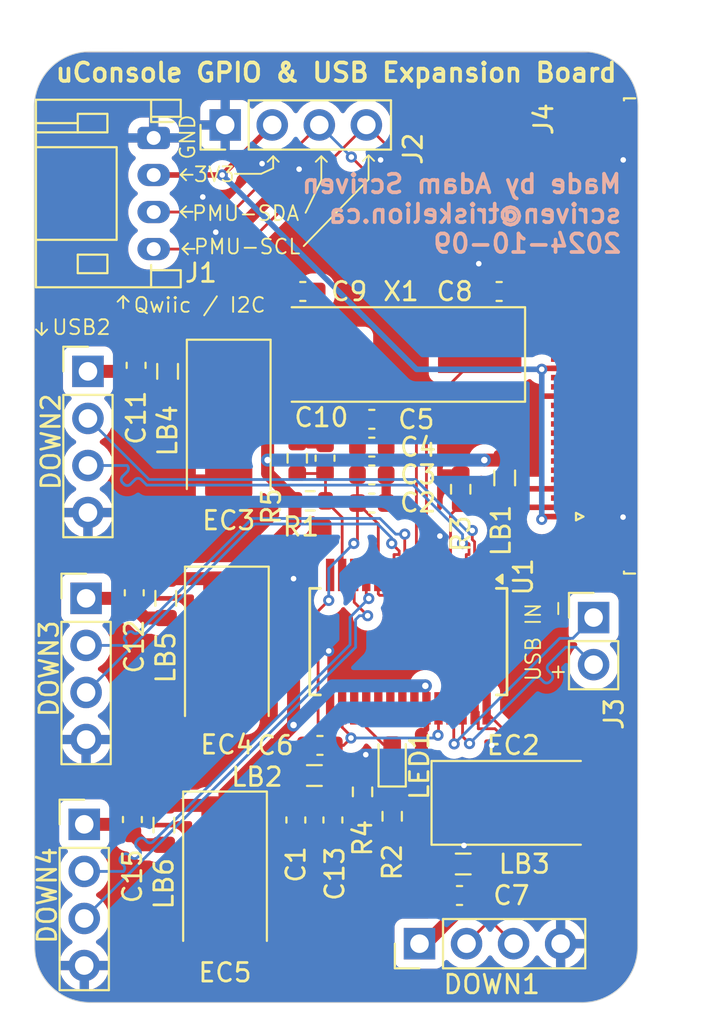
<source format=kicad_pcb>
(kicad_pcb (version 20240108) (generator "pcbnew") (generator_version "8.0")
  (title_block (comment 4 "AISLER Project ID: HJDCFEOP"))
  (layers (0 "F.Cu" signal) (1 "In1.Cu" power) (2 "In2.Cu" power) (31 "B.Cu" signal) (34 "B.Paste" user) (35 "F.Paste" user) (36 "B.SilkS" user "B.Silkscreen") (37 "F.SilkS" user "F.Silkscreen") (38 "B.Mask" user) (39 "F.Mask" user) (44 "Edge.Cuts" user))
  (net 0 "")
  (net 1 "GND")
  (net 2 "/GPIO0")
  (net 3 "/GPIO1")
  (net 4 "+3.3V")
  (net 5 "/USB_D_IN+")
  (net 6 "+5V")
  (net 7 "/USB_D_IN-")
  (net 8 "/GPIO20")
  (net 9 "/GPIO9")
  (net 10 "/GPIO7")
  (net 11 "/GPIO5")
  (net 12 "/GPIO18")
  (net 13 "/GPIO26")
  (net 14 "/GPIO6")
  (net 15 "/GPIO10")
  (net 16 "/GPIO15")
  (net 17 "/GPIO14")
  (net 18 "/GPIO27")
  (net 19 "/GPIO4")
  (net 20 "/GPIO16")
  (net 21 "/GPIO22")
  (net 22 "/GPIO13")
  (net 23 "/GPIO19")
  (net 24 "/GPIO17")
  (net 25 "/GPIO25")
  (net 26 "/GPIO8")
  (net 27 "/GPIO24")
  (net 28 "/GPIO23")
  (net 29 "/GPIO21")
  (net 30 "/GPIO12")
  (net 31 "/GPIO2")
  (net 32 "/GPIO3")
  (net 33 "/GPIO11")
  (net 34 "AVDD")
  (net 35 "DVDD")
  (net 36 "Net-(DOWN1-VCC)")
  (net 37 "/GL850G-USB2.0-HUB/X1")
  (net 38 "/GL850G-USB2.0-HUB/X2")
  (net 39 "/GL850G-USB2.0-HUB/RESET#")
  (net 40 "Net-(DOWN2-VCC)")
  (net 41 "Net-(DOWN3-VCC)")
  (net 42 "Net-(DOWN4-VCC)")
  (net 43 "/GL850G-USB2.0-HUB/USB_D1+")
  (net 44 "/GL850G-USB2.0-HUB/USB_D1-")
  (net 45 "/GL850G-USB2.0-HUB/USB_D2+")
  (net 46 "/GL850G-USB2.0-HUB/USB_D2-")
  (net 47 "/GL850G-USB2.0-HUB/USB_D3+")
  (net 48 "/GL850G-USB2.0-HUB/USB_D3-")
  (net 49 "/GL850G-USB2.0-HUB/USB_D4+")
  (net 50 "/GL850G-USB2.0-HUB/USB_D4-")
  (net 51 "VCC")
  (net 52 "/GL850G-USB2.0-HUB/PGANG")
  (net 53 "Net-(LED1-Pad1)")
  (net 54 "/GL850G-USB2.0-HUB/RREF")
  (footprint "Inductor_SMD:L_0805_2012Metric" (layer "F.Cu") (at 158.925 109.525)
    (property "Reference" "LB2")
    (property "Value" "FB")
  )
  (footprint "Inductor_SMD:L_0805_2012Metric" (layer "F.Cu") (at 150.8 112.2 90)
    (property "Reference" "LB6")
    (property "Value" "FB")
  )
  (footprint "Capacitor_SMD:C_0603_1608Metric" (layer "F.Cu") (at 149.3 87.3875 -90)
    (property "Reference" "C11")
    (property "Value" "0.1uF")
  )
  (footprint "Connector_PinHeader_2.54mm:PinHeader_1x04_P2.54mm_Vertical" (layer "F.Cu") (at 164.6 118.6 90)
    (property "Reference" "DOWN1")
    (property "Value" "USBA-A")
  )
  (footprint "Resistor_SMD:R_0603_1608Metric" (layer "F.Cu") (at 161.525 110.4075 -90)
    (property "Reference" "R4")
    (property "Value" "100K")
  )
  (footprint "Resistor_SMD:R_0603_1608Metric" (layer "F.Cu") (at 158.7 94.7 180)
    (property "Reference" "R1")
    (property "Value" "10K")
  )
  (footprint "Crystal:Crystal_SMD_HC49-SD" (layer "F.Cu") (at 163.6 86.8 180)
    (property "Reference" "X1")
    (property "Value" "12MHz")
  )
  (footprint "Capacitor_SMD:C_0603_1608Metric" (layer "F.Cu") (at 159.5 92.4 -90)
    (property "Reference" "C10")
    (property "Value" "0.1uF")
  )
  (footprint "Capacitor_SMD:C_0603_1608Metric" (layer "F.Cu") (at 166.76 116)
    (property "Reference" "C7")
    (property "Value" "0.1uF")
  )
  (footprint "Capacitor_Tantalum_SMD:CP_EIA-7343-31_Kemet-D" (layer "F.Cu") (at 154.1 114.8 -90)
    (property "Reference" "EC5")
    (property "Value" "100uF")
  )
  (footprint "Package_SO:SSOP-28_5.3x10.2mm_P0.65mm" (layer "F.Cu") (at 164 102.3 -90)
    (property "Reference" "U1")
    (property "Value" "GL850AUSB")
  )
  (footprint "Capacitor_SMD:C_0603_1608Metric" (layer "F.Cu") (at 159.225 107.9)
    (property "Reference" "C6")
    (property "Value" "0.1uF")
  )
  (footprint "Capacitor_SMD:C_0603_1608Metric" (layer "F.Cu") (at 149.1 111.9 -90)
    (property "Reference" "C15")
    (property "Value" "0.1uF")
  )
  (footprint "Connector_PinHeader_2.54mm:PinHeader_1x04_P2.54mm_Vertical" (layer "F.Cu") (at 146.7 87.7125)
    (property "Reference" "DOWN2")
    (property "Value" "USBA-A")
  )
  (footprint "Connector_PinHeader_2.54mm:PinHeader_1x04_P2.54mm_Vertical" (layer "F.Cu") (at 146.5 112.16)
    (property "Reference" "DOWN4")
    (property "Value" "USBA-A")
  )
  (footprint "LED_SMD:LED_0603_1608Metric" (layer "F.Cu") (at 163.125 108.6325 90)
    (property "Reference" "LED1")
    (property "Value" "PWR_LED")
  )
  (footprint "Capacitor_SMD:C_0603_1608Metric" (layer "F.Cu") (at 162.025 94.82 180)
    (property "Reference" "C2")
    (property "Value" "0.1uF")
  )
  (footprint "Connector_JST:JST_PH_S4B-PH-K_1x04_P2.00mm_Horizontal" (layer "F.Cu") (at 150.25 75.1125 -90)
    (property "Reference" "J1")
    (property "Value" "Conn_01x04_Pin")
  )
  (footprint "Capacitor_Tantalum_SMD:CP_EIA-7343-31_Kemet-D" (layer "F.Cu") (at 154.3 90.4125 -90)
    (property "Reference" "EC3")
    (property "Value" "100uF")
  )
  (footprint "Inductor_SMD:L_0805_2012Metric" (layer "F.Cu") (at 169.2 93.4625 90)
    (property "Reference" "LB1")
    (property "Value" "FB")
  )
  (footprint "Capacitor_SMD:C_0603_1608Metric" (layer "F.Cu") (at 149.2 99.6625 -90)
    (property "Reference" "C12")
    (property "Value" "0.1uF")
  )
  (footprint "Capacitor_SMD:C_0603_1608Metric" (layer "F.Cu") (at 162.025 90.3 180)
    (property "Reference" "C5")
    (property "Value" "0.1uF")
  )
  (footprint "Inductor_SMD:L_0805_2012Metric" (layer "F.Cu") (at 150.9 99.9625 90)
    (property "Reference" "LB5")
    (property "Value" "FB")
  )
  (footprint "Resistor_SMD:R_0603_1608Metric" (layer "F.Cu") (at 166.825 94.075 -90)
    (property "Reference" "R3")
    (property "Value" "680R 1%")
  )
  (footprint "Capacitor_SMD:C_0603_1608Metric" (layer "F.Cu") (at 162.025 91.8 180)
    (property "Reference" "C4")
    (property "Value" "0.1uF")
  )
  (footprint "Connector_PinHeader_2.54mm:PinHeader_1x04_P2.54mm_Vertical" (layer "F.Cu") (at 146.6 99.9625)
    (property "Reference" "DOWN3")
    (property "Value" "USBA-A")
  )
  (footprint "Capacitor_Tantalum_SMD:CP_EIA-7343-31_Kemet-D" (layer "F.Cu") (at 169.66 111)
    (property "Reference" "EC2")
    (property "Value" "100uF")
  )
  (footprint "Connector_PinHeader_2.54mm:PinHeader_1x04_P2.54mm_Vertical" (layer "F.Cu") (at 154.11 74.4125 90)
    (property "Reference" "J2")
    (property "Value" "Conn_01x04_Pin")
  )
  (footprint "Capacitor_SMD:C_0603_1608Metric" (layer "F.Cu") (at 157.925 111.925 90)
    (property "Reference" "C1")
    (property "Value" "1uF")
  )
  (footprint "Capacitor_Tantalum_SMD:CP_EIA-7343-31_Kemet-D" (layer "F.Cu") (at 154.2 102.6625 -90)
    (property "Reference" "EC4")
    (property "Value" "100uF")
  )
  (footprint "Capacitor_SMD:C_0603_1608Metric" (layer "F.Cu") (at 158.3 83.4)
    (property "Reference" "C9")
    (property "Value" "20P")
  )
  (footprint "Inductor_SMD:L_0805_2012Metric" (layer "F.Cu") (at 151 87.7125 90)
    (property "Reference" "LB4")
    (property "Value" "FB")
  )
  (footprint "Connector_PinHeader_2.54mm:PinHeader_1x02_P2.54mm_Vertical" (layer "F.Cu") (at 174 101)
    (property "Reference" "J3")
    (property "Value" "Conn_01x02_Pin")
  )
  (footprint "Capacitor_SMD:C_0603_1608Metric" (layer "F.Cu") (at 159.925 111.925 90)
    (property "Reference" "C13")
    (property "Value" "10uF")
  )
  (footprint "Capacitor_SMD:C_0603_1608Metric" (layer "F.Cu") (at 162.025 93.3 180)
    (property "Reference" "C3")
    (property "Value" "0.1uF")
  )
  (footprint "Resistor_SMD:R_0603_1608Metric" (layer "F.Cu") (at 163.125 111.725 -90)
    (property "Reference" "R2")
    (property "Value" "470R")
  )
  (footprint "Capacitor_SMD:C_0603_1608Metric" (layer "F.Cu") (at 168.9 83.4 180)
    (property "Reference" "C8")
    (property "Value" "20P")
  )
  (footprint "Connector_FFC-FPC:TE_4-1734839-0_1x40-1MP_P0.5mm_Horizontal" (layer "F.Cu") (at 173.6 85.8 90)
    (property "Reference" "J4")
    (property "Value" "Conn_01x40")
  )
  (footprint "Resistor_SMD:R_0603_1608Metric" (layer "F.Cu") (at 158 92.4 -90)
    (property "Reference" "R5")
    (property "Value" "47K")
  )
  (footprint "Inductor_SMD:L_0805_2012Metric" (layer "F.Cu") (at 166.96 114.3 180)
    (property "Reference" "LB3")
    (property "Value" "FB")
  )
  (gr_line (start 151.7 79.1) (end 152 79.4) (stroke (width 0.1)) (layer "F.SilkS"))
  (gr_line (start 148.6 83.65) (end 148.9 83.95) (stroke (width 0.1)) (layer "F.SilkS"))
  (gr_line (start 148.6 83.65) (end 148.3 83.95) (stroke (width 0.1)) (layer "F.SilkS"))
  (gr_line (start 156.7 76.1) (end 156.4 76.4) (stroke (width 0.1)) (layer "F.SilkS"))
  (gr_line (start 144.2 85.1) (end 144.2 85.75) (stroke (width 0.1)) (layer "F.SilkS"))
  (gr_line (start 148.6 84.3) (end 148.6 83.65) (stroke (width 0.1)) (layer "F.SilkS"))
  (gr_line (start 156.05 77.05) (end 156.7 76.75) (stroke (width 0.1)) (layer "F.SilkS"))
  (gr_line (start 151.8 81.1) (end 152.1 81.4) (stroke (width 0.1)) (layer "F.SilkS"))
  (gr_line (start 161.85 76.05) (end 161.55 76.35) (stroke (width 0.1)) (layer "F.SilkS"))
  (gr_line (start 161.85 77.35) (end 161.85 76.05) (stroke (width 0.1)) (layer "F.SilkS"))
  (gr_line (start 158.35 80.95) (end 161.85 77.35) (stroke (width 0.1)) (layer "F.SilkS"))
  (gr_line (start 156.7 76.75) (end 156.7 76.1) (stroke (width 0.1)) (layer "F.SilkS"))
  (gr_line (start 152.45 81.1) (end 151.8 81.1) (stroke (width 0.1)) (layer "F.SilkS"))
  (gr_line (start 159.3 76.1) (end 159.6 76.4) (stroke (width 0.1)) (layer "F.SilkS"))
  (gr_line (start 152.35 77.1) (end 151.7 77.1) (stroke (width 0.1)) (layer "F.SilkS"))
  (gr_line (start 156.7 76.1) (end 157 76.4) (stroke (width 0.1)) (layer "F.SilkS"))
  (gr_line (start 159.3 76.1) (end 159 76.4) (stroke (width 0.1)) (layer "F.SilkS"))
  (gr_line (start 154.65 77.05) (end 156.05 77.05) (stroke (width 0.1)) (layer "F.SilkS"))
  (gr_line (start 152.35 79.1) (end 151.7 79.1) (stroke (width 0.1)) (layer "F.SilkS"))
  (gr_line (start 159.3 77.4) (end 158.45 79.15) (stroke (width 0.1)) (layer "F.SilkS"))
  (gr_line (start 159.3 77.4) (end 159.3 76.1) (stroke (width 0.1)) (layer "F.SilkS"))
  (gr_line (start 151.7 79.1) (end 152 78.8) (stroke (width 0.1)) (layer "F.SilkS"))
  (gr_line (start 162.15 76.35) (end 161.85 76.05) (stroke (width 0.1)) (layer "F.SilkS"))
  (gr_line (start 151.7 77.1) (end 152 76.8) (stroke (width 0.1)) (layer "F.SilkS"))
  (gr_line (start 144.2 85.75) (end 143.9 85.45) (stroke (width 0.1)) (layer "F.SilkS"))
  (gr_line (start 151.7 77.1) (end 152 77.4) (stroke (width 0.1)) (layer "F.SilkS"))
  (gr_line (start 151.8 81.1) (end 152.1 80.8) (stroke (width 0.1)) (layer "F.SilkS"))
  (gr_line (start 144.2 85.75) (end 144.5 85.45) (stroke (width 0.1)) (layer "F.SilkS"))
  (gr_arc (start 173.42506 70.450013) (mid 175.519857 71.312543) (end 176.4 73.4) (stroke (width 0.05)) (layer "Edge.Cuts"))
  (gr_line (start 143.8 73.454223) (end 143.82132 118.77868) (stroke (width 0.05)) (layer "Edge.Cuts"))
  (gr_line (start 176.4 73.4) (end 176.37868 118.77868) (stroke (width 0.05)) (layer "Edge.Cuts"))
  (gr_line (start 173.37868 121.77868) (end 146.82132 121.77868) (stroke (width 0.05)) (layer "Edge.Cuts"))
  (gr_arc (start 143.8 73.454223) (mid 144.67867 71.332876) (end 146.8 70.454223) (stroke (width 0.05)) (layer "Edge.Cuts"))
  (gr_arc (start 176.37868 118.77868) (mid 175.5 120.9) (end 173.37868 121.77868) (stroke (width 0.05)) (layer "Edge.Cuts"))
  (gr_line (start 173.42506 70.450013) (end 146.8 70.454223) (stroke (width 0.05)) (layer "Edge.Cuts"))
  (gr_arc (start 146.82132 121.77868) (mid 144.699994 120.900006) (end 143.82132 118.77868) (stroke (width 0.05)) (layer "Edge.Cuts"))
  (gr_text "Made by Adam Scriven\nscriven@triskelion.ca\n2024-10-09" (at 175.6 81.4 0) (layer "B.SilkS") (effects (font (size 1 1) (thickness 0.2) (bold yes)) (justify left bottom mirror)))
  (gr_text "Qwiic / I2C" (at 149.1 84.6 0) (layer "F.SilkS") (effects (font (size 0.8 0.8) (thickness 0.1)) (justify left bottom)))
  (gr_text "PMU-SDA" (at 152.25 79.65 0) (layer "F.SilkS") (effects (font (size 0.8 0.8) (thickness 0.1)) (justify left bottom)))
  (gr_text "3V3" (at 152.35 77.55 0) (layer "F.SilkS") (effects (font (size 0.8 0.8) (thickness 0.1)) (justify left bottom)))
  (gr_text "PMU-SCL" (at 152.35 81.45 0) (layer "F.SilkS") (effects (font (size 0.8 0.8) (thickness 0.1)) (justify left bottom)))
  (gr_text "uConsole GPIO & USB Expansion Board" (at 160.1 71 0) (layer "F.SilkS") (effects (font (size 1 1) (thickness 0.2) (bold yes)) (justify top)))
  (gr_text "USB2" (at 144.7 85.8 0) (layer "F.SilkS") (effects (font (size 0.8 0.8) (thickness 0.1)) (justify left bottom)))
  (gr_text "USB IN\n+    -" (at 172.5 104.5 90) (layer "F.SilkS") (effects (font (size 0.8 0.8) (thickness 0.1)) (justify left bottom)))
  (gr_text "GND" (at 152.55 76.35 90) (layer "F.SilkS") (effects (font (size 0.8 0.8) (thickness 0.1)) (justify left bottom)))
  (segment (start 172.25 93.05) (end 173.05 93.05) (width 0.3) (layer "F.Cu") (net 1))
  (segment (start 162.8 90.3) (end 162.8 89.9) (width 0.3) (layer "F.Cu") (net 1))
  (segment (start 175.58958 95.578089) (end 173.061491 93.05) (width 0.3) (layer "F.Cu") (net 1))
  (segment (start 157.125 108.775) (end 157.125 111.9) (width 0.3) (layer "F.Cu") (net 1))
  (segment (start 158 107.9) (end 157.125 108.775) (width 0.3) (layer "F.Cu") (net 1))
  (segment (start 161.7 88.8) (end 157.5 88.8) (width 0.3) (layer "F.Cu") (net 1))
  (segment (start 172.25 86.05) (end 173.05 86.05) (width 0.3) (layer "F.Cu") (net 1))
  (segment (start 175.598637 76.299812) (end 173.400188 76.299812) (width 0.3) (layer "F.Cu") (net 1))
  (segment (start 173.1 91.5) (end 173.1 89.1) (width 0.3) (layer "F.Cu") (net 1))
  (segment (start 173.1 89.1) (end 173.05 89.05) (width 0.3) (layer "F.Cu") (net 1))
  (segment (start 172.25 86.05) (end 171.25 86.05) (width 0.3) (layer "F.Cu") (net 1))
  (segment (start 172.25 83.55) (end 173.05 83.55) (width 0.3) (layer "F.Cu") (net 1))
  (segment (start 162.8 89.9) (end 161.7 88.8) (width 0.3) (layer "F.Cu") (net 1))
  (segment (start 173.05 81.05) (end 173.1 81) (width 0.3) (layer "F.Cu") (net 1))
  (segment (start 159.775 105.9) (end 159.775 102.875) (width 0.3) (layer "F.Cu") (net 1))
  (segment (start 157.5 88.8) (end 156.3 87.6) (width 0.3) (layer "F.Cu") (net 1))
  (segment (start 173.05 93.05) (end 173.1 93) (width 0.3) (layer "F.Cu") (net 1))
  (segment (start 156.3 87.6) (end 156.3 85.4) (width 0.3) (layer "F.Cu") (net 1))
  (segment (start 173.05 91.55) (end 173.1 91.5) (width 0.3) (layer "F.Cu") (net 1))
  (segment (start 169.675 84.475) (end 169.675 83.4) (width 0.3) (layer "F.Cu") (net 1))
  (segment (start 169.825 83.55) (end 169.675 83.4) (width 0.3) (layer "F.Cu") (net 1))
  (segment (start 173.1 91.6) (end 173.05 91.55) (width 0.3) (layer "F.Cu") (net 1))
  (segment (start 173.1 86) (end 173.1 83.6) (width 0.3) (layer "F.Cu") (net 1))
  (segment (start 173.1 79.1) (end 173.05 79.05) (width 0.3) (layer "F.Cu") (net 1))
  (segment (start 173.1 93) (end 173.1 91.6) (width 0.3) (layer "F.Cu") (net 1))
  (segment (start 173.400188 76.299812) (end 173.1 76.6) (width 0.3) (layer "F.Cu") (net 1))
  (segment (start 172.25 89.05) (end 173.05 89.05) (width 0.3) (layer "F.Cu") (net 1))
  (segment (start 173.05 86.05) (end 173.1 86) (width 0.3) (layer "F.Cu") (net 1))
  (segment (start 173.1 81) (end 173.1 79.1) (width 0.3) (layer "F.Cu") (net 1))
  (segment (start 172.25 79.05) (end 173.05 79.05) (width 0.3) (layer "F.Cu") (net 1))
  (segment (start 157.125 111.9) (end 157.925 112.7) (width 0.3) (layer "F.Cu") (net 1))
  (segment (start 173.05 76.55) (end 172.25 76.55) (width 0.3) (layer "F.Cu") (net 1))
  (segment (start 171.25 86.05) (end 169.675 84.475) (width 0.3) (layer "F.Cu") (net 1))
  (segment (start 173.1 76.6) (end 173.05 76.55) (width 0.3) (layer "F.Cu") (net 1))
  (segment (start 172.25 81.05) (end 173.05 81.05) (width 0.3) (layer "F.Cu") (net 1))
  (segment (start 173.05 89.05) (end 173.1 89) (width 0.3) (layer "F.Cu") (net 1))
  (segment (start 169.55 89.05) (end 172.25 89.05) (width 0.3) (layer "F.Cu") (net 1))
  (segment (start 172.25 91.55) (end 173.05 91.55) (width 0.3) (layer "F.Cu") (net 1))
  (segment (start 173.1 83.6) (end 173.05 83.55) (width 0.3) (layer "F.Cu") (net 1))
  (segment (start 166.825 93.25) (end 166.825 91.775) (width 0.3) (layer "F.Cu") (net 1))
  (segment (start 159.775 102.875) (end 159.7 102.8) (width 0.3) (layer "F.Cu") (net 1))
  (segment (start 173.05 79.05) (end 173.1 79) (width 0.3) (layer "F.Cu") (net 1))
  (segment (start 173.05 83.55) (end 173.1 83.5) (width 0.3) (layer "F.Cu") (net 1))
  (segment (start 166.825 91.775) (end 169.55 89.05) (width 0.3) (layer "F.Cu") (net 1))
  (segment (start 172.25 83.55) (end 169.825 83.55) (width 0.3) (layer "F.Cu") (net 1))
  (segment (start 173.1 83.5) (end 173.1 81.1) (width 0.3) (layer "F.Cu") (net 1))
  (segment (start 157.525 84.175) (end 157.525 83.4) (width 0.3) (layer "F.Cu") (net 1))
  (segment (start 158.45 107.9) (end 158 107.9) (width 0.3) (layer "F.Cu") (net 1))
  (segment (start 156.3 85.4) (end 157.525 84.175) (width 0.3) (layer "F.Cu") (net 1))
  (segment (start 173.1 86.1) (end 173.05 86.05) (width 0.3) (layer "F.Cu") (net 1))
  (segment (start 173.1 79) (end 173.1 76.6) (width 0.3) (layer "F.Cu") (net 1))
  (segment (start 173.061491 93.05) (end 172.25 93.05) (width 0.3) (layer "F.Cu") (net 1))
  (segment (start 173.1 89) (end 173.1 86.1) (width 0.3) (layer "F.Cu") (net 1))
  (segment (start 173.1 81.1) (end 173.05 81.05) (width 0.3) (layer "F.Cu") (net 1))
  (via (at 153.6 80.2) (size 0.6) (drill 0.3) (layers "F.Cu" "B.Cu") (net 1))
  (via (at 152.9 78.3) (size 0.6) (drill 0.3) (layers "F.Cu" "B.Cu") (net 1))
  (via (at 167.8 81.9) (size 0.6) (drill 0.3) (layers "F.Cu" "B.Cu") (net 1))
  (via (at 162.5 76.3) (size 0.6) (drill 0.3) (layers "F.Cu" "B.Cu") (net 1))
  (via (at 158.1 76.8) (size 0.6) (drill 0.3) (layers "F.Cu" "B.Cu") (net 1))
  (via (at 168.5 107.9) (size 0.6) (drill 0.3) (layers "F.Cu" "B.Cu") (net 1))
  (via (at 165.7 96.6) (size 0.6) (drill 0.3) (layers "F.Cu" "B.Cu") (net 1))
  (via (at 161.7 108.4) (size 0.6) (drill 0.3) (layers "F.Cu" "B.Cu") (net 1))
  (via (at 156.1 76.5) (size 0.6) (drill 0.3) (layers "F.Cu" "B.Cu") (net 1))
  (via (at 175.598637 76.299812) (size 0.6) (drill 0.3) (layers "F.Cu" "B.Cu") (net 1))
  (via (at 167 113.3) (size 0.6) (drill 0.3) (layers "F.Cu" "B.Cu") (net 1))
  (via (at 175.58958 95.578089) (size 0.6) (drill 0.3) (layers "F.Cu" "B.Cu") (net 1))
  (via (at 159.7 102.8) (size 0.6) (drill 0.3) (layers "F.Cu" "B.Cu") (net 1))
  (via (at 157.8 98.9) (size 0.6) (drill 0.3) (layers "F.Cu" "B.Cu") (net 1))
  (segment (start 157.8 100.9) (end 157.8 98.9) (width 0.3) (layer "B.Cu") (net 1))
  (segment (start 159.7 102.8) (end 157.8 100.9) (width 0.3) (layer "B.Cu") (net 1))
  (segment (start 167.3275 82.55) (end 167.4 82.55) (width 0.15) (layer "F.Cu") (net 2))
  (segment (start 154.49 79.1125) (end 159.19 74.4125) (width 0.15) (layer "F.Cu") (net 2))
  (segment (start 160.92 76.1425) (end 167.3275 82.55) (width 0.15) (layer "F.Cu") (net 2))
  (segment (start 150.25 79.1125) (end 154.49 79.1125) (width 0.15) (layer "F.Cu") (net 2))
  (segment (start 172.25 82.55) (end 167.4 82.55) (width 0.15) (layer "F.Cu") (net 2))
  (via (at 160.92 76.1425) (size 0.6) (drill 0.3) (layers "F.Cu" "B.Cu") (net 2))
  (segment (start 159.19 74.4125) (end 160.92 76.1425) (width 0.15) (layer "B.Cu") (net 2))
  (segment (start 155.03 81.1125) (end 161.73 74.4125) (width 0.15) (layer "F.Cu") (net 3))
  (segment (start 172.25 82.05) (end 169.4 82.05) (width 0.15) (layer "F.Cu") (net 3))
  (segment (start 150.25 81.1125) (end 155.03 81.1125) (width 0.15) (layer "F.Cu") (net 3))
  (segment (start 161.73 74.4125) (end 169.3675 82.05) (width 0.15) (layer "F.Cu") (net 3))
  (segment (start 169.3675 82.05) (end 169.4 82.05) (width 0.15) (layer "F.Cu") (net 3))
  (segment (start 171.250018 87.55) (end 171.200032 87.599986) (width 0.3) (layer "F.Cu") (net 4))
  (segment (start 150.25 77.1125) (end 153.95 77.1125) (width 0.3) (layer "F.Cu") (net 4))
  (segment (start 172.25 95.55) (end 171.35 95.55) (width 0.3) (layer "F.Cu") (net 4))
  (segment (start 171.35 95.55) (end 171.2 95.7) (width 0.3) (layer "F.Cu") (net 4))
  (segment (start 153.95 77.1125) (end 156.65 74.4125) (width 0.3) (layer "F.Cu") (net 4))
  (segment (start 172.25 87.55) (end 171.250018 87.55) (width 0.3) (layer "F.Cu") (net 4))
  (via (at 171.2 95.7) (size 0.6) (drill 0.3) (layers "F.Cu" "B.Cu") (net 4))
  (via (at 153.95 77.1125) (size 0.6) (drill 0.3) (layers "F.Cu" "B.Cu") (net 4))
  (via (at 171.200032 87.599986) (size 0.6) (drill 0.3) (layers "F.Cu" "B.Cu") (net 4))
  (segment (start 171.2 87.600018) (end 171.200032 87.599986) (width 0.3) (layer "B.Cu") (net 4))
  (segment (start 153.95 77.1125) (end 164.437486 87.599986) (width 0.3) (layer "B.Cu") (net 4))
  (segment (start 164.437486 87.599986) (end 164.5 87.599986) (width 0.3) (layer "B.Cu") (net 4))
  (segment (start 171.2 95.7) (end 171.2 87.600018) (width 0.3) (layer "B.Cu") (net 4))
  (segment (start 171.200032 87.599986) (end 164.5 87.599986) (width 0.3) (layer "B.Cu") (net 4))
  (segment (start 166.925 105.9) (end 166.925 107.425) (width 0.15) (layer "F.Cu") (net 5))
  (segment (start 166.925 107.425) (end 167.3 107.8) (width 0.15) (layer "F.Cu") (net 5))
  (via (at 167.3 107.8) (size 0.6) (drill 0.3) (layers "F.Cu" "B.Cu") (net 5))
  (segment (start 170.089141 105.010859) (end 167.3 107.8) (width 0.15) (layer "B.Cu") (net 5))
  (segment (start 171.297305 104.46201) (end 171.137355 104.30206) (width 0.15) (layer "B.Cu") (net 5))
  (segment (start 170.71309 104.386911) (end 170.089141 105.010859) (width 0.15) (layer "B.Cu") (net 5))
  (segment (start 173.06 102.6) (end 172.5 102.6) (width 0.15) (layer "B.Cu") (net 5))
  (segment (start 171.561619 103.877793) (end 171.72157 104.037744) (width 0.15) (layer "B.Cu") (net 5))
  (segment (start 171.721569 104.377156) (end 171.636717 104.462009) (width 0.15) (layer "B.Cu") (net 5))
  (segment (start 170.797945 104.302059) (end 170.71309 104.386911) (width 0.15) (layer "B.Cu") (net 5))
  (segment (start 172.5 102.6) (end 171.561619 103.538381) (width 0.15) (layer "B.Cu") (net 5))
  (segment (start 174 103.54) (end 173.06 102.6) (width 0.15) (layer "B.Cu") (net 5))
  (arc (start 171.72157 104.037744) (mid 171.791865 104.207449) (end 171.721569 104.377156) (width 0.15) (layer "B.Cu") (net 5))
  (arc (start 171.636717 104.462009) (mid 171.467011 104.532304) (end 171.297305 104.46201) (width 0.15) (layer "B.Cu") (net 5))
  (arc (start 171.561619 103.538381) (mid 171.491323 103.708088) (end 171.561619 103.877793) (width 0.15) (layer "B.Cu") (net 5))
  (arc (start 171.137355 104.30206) (mid 170.967649 104.231766) (end 170.797945 104.302059) (width 0.15) (layer "B.Cu") (net 5))
  (segment (start 172.25 94.05) (end 169.675 94.05) (width 0.3) (layer "F.Cu") (net 6))
  (segment (start 172.25 95.05) (end 169.725 95.05) (width 0.3) (layer "F.Cu") (net 6))
  (segment (start 169.725 95.05) (end 169.2 94.525) (width 0.3) (layer "F.Cu") (net 6))
  (segment (start 169.675 94.05) (end 169.2 94.525) (width 0.3) (layer "F.Cu") (net 6))
  (segment (start 166.471036 107.819373) (end 166.45 107.798337) (width 0.15) (layer "F.Cu") (net 7))
  (segment (start 166.45 106.725) (end 166.275 106.55) (width 0.15) (layer "F.Cu") (net 7))
  (segment (start 166.45 107.798337) (end 166.45 106.725) (width 0.15) (layer "F.Cu") (net 7))
  (segment (start 166.275 106.55) (end 166.275 105.9) (width 0.15) (layer "F.Cu") (net 7))
  (via (at 166.471036 107.819373) (size 0.6) (drill 0.3) (layers "F.Cu" "B.Cu") (net 7))
  (segment (start 172.17041 102.119999) (end 166.471036 107.819373) (width 0.15) (layer "B.Cu") (net 7))
  (segment (start 174 101) (end 172.880001 102.119999) (width 0.15) (layer "B.Cu") (net 7))
  (segment (start 172.880001 102.119999) (end 172.17041 102.119999) (width 0.15) (layer "B.Cu") (net 7))
  (segment (start 168.15 99.8) (end 165.7 99.8) (width 0.15) (layer "F.Cu") (net 34))
  (segment (start 161.25 94.82) (end 161.25 96.804) (width 0.15) (layer "F.Cu") (net 34))
  (segment (start 161.25 91.8) (end 161.25 93.3) (width 0.15) (layer "F.Cu") (net 34))
  (segment (start 162.375 99.725) (end 162.375 98.7) (width 0.15) (layer "F.Cu") (net 34))
  (segment (start 165.625 99.725) (end 165.55 99.8) (width 0.15) (layer "F.Cu") (net 34))
  (segment (start 168.225 98.7) (end 168.225 99.725) (width 0.15) (layer "F.Cu") (net 34))
  (segment (start 161.25 93.3) (end 161.25 94.82) (width 0.15) (layer "F.Cu") (net 34))
  (segment (start 161.25 96.804) (end 161.054 97) (width 0.15) (layer "F.Cu") (net 34))
  (segment (start 159.125 100.650002) (end 159.125 108.34263) (width 0.15) (layer "F.Cu") (net 34))
  (segment (start 159.125 108.34263) (end 157.94263 109.525) (width 0.15) (layer "F.Cu") (net 34))
  (segment (start 162.45 99.8) (end 162.375 99.725) (width 0.15) (layer "F.Cu") (net 34))
  (segment (start 168.225 99.725) (end 168.15 99.8) (width 0.15) (layer "F.Cu") (net 34))
  (segment (start 165.625 98.7) (end 165.625 99.725) (width 0.15) (layer "F.Cu") (net 34))
  (segment (start 165.7 99.8) (end 165.625 99.725) (width 0.15) (layer "F.Cu") (net 34))
  (segment (start 157.8625 109.525) (end 157.8625 111.0875) (width 0.15) (layer "F.Cu") (net 34))
  (segment (start 161.25 90.3) (end 161.25 91.8) (width 0.15) (layer "F.Cu") (net 34))
  (segment (start 159.7 100.075002) (end 159.125 100.650002) (width 0.15) (layer "F.Cu") (net 34))
  (segment (start 162.375 98.7) (end 162.375 95.945) (width 0.15) (layer "F.Cu") (net 34))
  (segment (start 162.375 95.945) (end 161.25 94.82) (width 0.15) (layer "F.Cu") (net 34))
  (segment (start 165.55 99.8) (end 162.45 99.8) (width 0.15) (layer "F.Cu") (net 34))
  (segment (start 157.94263 109.525) (end 157.8625 109.525) (width 0.15) (layer "F.Cu") (net 34))
  (segment (start 157.8625 111.0875) (end 157.925 111.15) (width 0.15) (layer "F.Cu") (net 34))
  (via (at 161.054 97) (size 0.6) (drill 0.3) (layers "F.Cu" "B.Cu") (net 34))
  (via (at 159.7 100.075002) (size 0.6) (drill 0.3) (layers "F.Cu" "B.Cu") (net 34))
  (segment (start 159.7 100.075002) (end 159.7 98.354) (width 0.15) (layer "B.Cu") (net 34))
  (segment (start 159.7 98.354) (end 161.054 97) (width 0.15) (layer "B.Cu") (net 34))
  (segment (start 161.8075 111.2325) (end 163.125 112.55) (width 0.15) (layer "F.Cu") (net 35))
  (segment (start 160.425 106.925) (end 160.9 107.4) (width 0.15) (layer "F.Cu") (net 35))
  (segment (start 160.5 107.9) (end 160.9 107.5) (width 0.15) (layer "F.Cu") (net 35))
  (segment (start 159.9875 107.9125) (end 160 107.9) (width 0.15) (layer "F.Cu") (net 35))
  (segment (start 160.425 105.9) (end 160.425 106.925) (width 0.15) (layer "F.Cu") (net 35))
  (segment (start 165.625 105.9) (end 165.625 107.325287) (width 0.15) (layer "F.Cu") (net 35))
  (segment (start 160 107.9) (end 160.5 107.9) (width 0.15) (layer "F.Cu") (net 35))
  (segment (start 159.925 111.15) (end 161.4425 111.15) (width 0.15) (layer "F.Cu") (net 35))
  (segment (start 161.525 111.2325) (end 161.8075 111.2325) (width 0.15) (layer "F.Cu") (net 35))
  (segment (start 161.4425 111.15) (end 161.525 111.2325) (width 0.15) (layer "F.Cu") (net 35))
  (segment (start 165.625 107.325287) (end 165.598625 107.351662) (width 0.15) (layer "F.Cu") (net 35))
  (segment (start 160.9 107.4) (end 160.9 107.5) (width 0.15) (layer "F.Cu") (net 35))
  (segment (start 159.925 111.15) (end 159.925 109.5875) (width 0.15) (layer "F.Cu") (net 35))
  (segment (start 159.9875 109.525) (end 159.9875 107.9125) (width 0.15) (layer "F.Cu") (net 35))
  (segment (start 159.925 109.5875) (end 159.9875 109.525) (width 0.15) (layer "F.Cu") (net 35))
  (via (at 160.9 107.5) (size 0.6) (drill 0.3) (layers "F.Cu" "B.Cu") (net 35))
  (via (at 165.598625 107.351662) (size 0.6) (drill 0.3) (layers "F.Cu" "B.Cu") (net 35))
  (segment (start 165.450287 107.5) (end 165.598625 107.351662) (width 0.15) (layer "B.Cu") (net 35))
  (segment (start 160.9 107.5) (end 165.450287 107.5) (width 0.15) (layer "B.Cu") (net 35))
  (segment (start 168.0225 114.3) (end 168.0225 115.5125) (width 0.7) (layer "F.Cu") (net 36))
  (segment (start 164.6 118.6) (end 164.935 118.6) (width 0.7) (layer "F.Cu") (net 36))
  (segment (start 168.0225 115.5125) (end 167.535 116) (width 0.7) (layer "F.Cu") (net 36))
  (segment (start 164.935 118.6) (end 167.535 116) (width 0.7) (layer "F.Cu") (net 36))
  (segment (start 164.975 98.7) (end 164.975 89.675) (width 0.15) (layer "F.Cu") (net 37))
  (segment (start 164.975 89.675) (end 167.85 86.8) (width 0.15) (layer "F.Cu") (net 37))
  (segment (start 168.125 86.525) (end 167.85 86.8) (width 0.15) (layer "F.Cu") (net 37))
  (segment (start 168.125 83.4) (end 168.125 86.525) (width 0.15) (layer "F.Cu") (net 37))
  (segment (start 160.6 86.8) (end 159.35 86.8) (width 0.15) (layer "F.Cu") (net 38))
  (segment (start 164.325 98.7) (end 164.432871 98.592129) (width 0.15) (layer "F.Cu") (net 38))
  (segment (start 164.432871 98.592129) (end 164.432871 90.632871) (width 0.15) (layer "F.Cu") (net 38))
  (segment (start 164.432871 90.632871) (end 160.6 86.8) (width 0.15) (layer "F.Cu") (net 38))
  (segment (start 159.075 83.4) (end 159.075 86.525) (width 0.15) (layer "F.Cu") (net 38))
  (segment (start 159.075 86.525) (end 159.35 86.8) (width 0.15) (layer "F.Cu") (net 38))
  (segment (start 160.425 95.6) (end 159.525 94.7) (width 0.15) (layer "F.Cu") (net 39))
  (segment (start 159.525 93.2) (end 159.5 93.175) (width 0.15) (layer "F.Cu") (net 39))
  (segment (start 159.45 93.225) (end 159.5 93.175) (width 0.15) (layer "F.Cu") (net 39))
  (segment (start 158 93.225) (end 159.45 93.225) (width 0.15) (layer "F.Cu") (net 39))
  (segment (start 160.425 98.7) (end 160.425 95.6) (width 0.15) (layer "F.Cu") (net 39))
  (segment (start 159.525 94.7) (end 159.525 93.2) (width 0.15) (layer "F.Cu") (net 39))
  (segment (start 151 88.775) (end 149.9125 88.775) (width 0.7) (layer "F.Cu") (net 40))
  (segment (start 149.9125 88.775) (end 149.3 88.1625) (width 0.7) (layer "F.Cu") (net 40))
  (segment (start 148.85 87.7125) (end 149.3 88.1625) (width 0.7) (layer "F.Cu") (net 40))
  (segment (start 146.7 87.7125) (end 148.85 87.7125) (width 0.7) (layer "F.Cu") (net 40))
  (segment (start 146.6 99.9625) (end 148.725 99.9625) (width 0.7) (layer "F.Cu") (net 41))
  (segment (start 148.725 99.9625) (end 149.2 100.4375) (width 0.7) (layer "F.Cu") (net 41))
  (segment (start 150.9 101.025) (end 149.7875 101.025) (width 0.7) (layer "F.Cu") (net 41))
  (segment (start 149.7875 101.025) (end 149.2 100.4375) (width 0.7) (layer "F.Cu") (net 41))
  (segment (start 150.8 113.2625) (end 149.6875 113.2625) (width 0.7) (layer "F.Cu") (net 42))
  (segment (start 149.6875 113.2625) (end 149.1 112.675) (width 0.7) (layer "F.Cu") (net 42))
  (segment (start 146.5 112.16) (end 148.585 112.16) (width 0.7) (layer "F.Cu") (net 42))
  (segment (start 148.585 112.16) (end 149.1 112.675) (width 0.7) (layer "F.Cu") (net 42))
  (segment (start 168.225 106.125735) (end 168.225 105.9) (width 0.15) (layer "F.Cu") (net 43))
  (segment (start 169.55 107.450735) (end 168.225 106.125735) (width 0.15) (layer "F.Cu") (net 43))
  (segment (start 169.275648 116.388958) (end 169.3605 116.304105) (width 0.15) (layer "F.Cu") (net 43))
  (segment (start 168.899412 116.352133) (end 168.936237 116.388958) (width 0.15) (layer "F.Cu") (net 43))
  (segment (start 168.560001 116.824358) (end 168.560001 116.352133) (width 0.15) (layer "F.Cu") (net 43))
  (segment (start 169.3605 115.964693) (end 169.323674 115.927867) (width 0.15) (layer "F.Cu") (net 43))
  (segment (start 169.55 115.362134) (end 169.55 115.130526) (width 0.15) (layer "F.Cu") (net 43))
  (segment (start 168.560001 117.480001) (end 168.560001 116.824358) (width 0.15) (layer "F.Cu") (net 43))
  (segment (start 169.68 118.6) (end 168.560001 117.480001) (width 0.15) (layer "F.Cu") (net 43))
  (segment (start 169.323674 115.588456) (end 169.408529 115.503604) (width 0.15) (layer "F.Cu") (net 43))
  (segment (start 169.408529 115.503604) (end 169.55 115.362134) (width 0.15) (layer "F.Cu") (net 43))
  (segment (start 169.55 115.130526) (end 169.55 107.450735) (width 0.15) (layer "F.Cu") (net 43))
  (arc (start 169.323674 115.927867) (mid 169.253379 115.758162) (end 169.323674 115.588456) (width 0.15) (layer "F.Cu") (net 43))
  (arc (start 169.3605 116.304105) (mid 169.430795 116.134399) (end 169.3605 115.964693) (width 0.15) (layer "F.Cu") (net 43))
  (arc (start 168.936237 116.388958) (mid 169.105943 116.459252) (end 169.275648 116.388958) (width 0.15) (layer "F.Cu") (net 43))
  (arc (start 168.560001 116.352133) (mid 168.729706 116.281839) (end 168.899412 116.352133) (width 0.15) (layer "F.Cu") (net 43))
  (segment (start 167.14 118.6) (end 168.259999 117.480001) (width 0.15) (layer "F.Cu") (net 44))
  (segment (start 169.25 115.237866) (end 169.25 107.575) (width 0.15) (layer "F.Cu") (net 44))
  (segment (start 168.259999 116.227867) (end 169.25 115.237866) (width 0.15) (layer "F.Cu") (net 44))
  (segment (start 168.259999 117.480001) (end 168.259999 116.227867) (width 0.15) (layer "F.Cu") (net 44))
  (segment (start 167.775 106.1) (end 167.575 105.9) (width 0.15) (layer "F.Cu") (net 44))
  (segment (start 167.775 107) (end 167.775 106.1) (width 0.15) (layer "F.Cu") (net 44))
  (segment (start 169.25 107.575) (end 168.675 107) (width 0.15) (layer "F.Cu") (net 44))
  (segment (start 168.675 107) (end 167.775 107) (width 0.15) (layer "F.Cu") (net 44))
  (segment (start 167.274999 97.037132) (end 167.237867 97) (width 0.15) (layer "F.Cu") (net 45))
  (segment (start 167.125 97.6) (end 167.274999 97.6) (width 0.15) (layer "F.Cu") (net 45))
  (segment (start 167.237867 97) (end 166.925 97) (width 0.15) (layer "F.Cu") (net 45))
  (segment (start 167.274999 97.6) (end 167.274999 97.037132) (width 0.15) (layer "F.Cu") (net 45))
  (segment (start 167.125 98.5) (end 167.125 97.6) (width 0.15) (layer "F.Cu") (net 45))
  (segment (start 166.925 98.7) (end 167.125 98.5) (width 0.15) (layer "F.Cu") (net 45))
  (via (at 166.925 97) (size 0.6) (drill 0.3) (layers "F.Cu" "B.Cu") (net 45))
  (segment (start 146.7 92.7925) (end 148.192675 92.7925) (width 0.15) (layer "B.Cu") (net 45))
  (segment (start 148.990965 93.805207) (end 149.239998 93.556173) (width 0.15) (layer "B.Cu") (net 45))
  (segment (start 148.815735 93.131911) (end 148.566701 93.380944) (width 0.15) (layer "B.Cu") (net 45))
  (segment (start 148.192675 92.7925) (end 148.815735 92.7925) (width 0.15) (layer "B.Cu") (net 45))
  (segment (start 149.664263 93.641028) (end 149.873235 93.85) (width 0.15) (layer "B.Cu") (net 45))
  (segment (start 148.566701 93.720355) (end 148.651553 93.805207) (width 0.15) (layer "B.Cu") (net 45))
  (segment (start 164.262867 93.85) (end 166.925 96.512133) (width 0.15) (layer "B.Cu") (net 45))
  (segment (start 149.873235 93.85) (end 151.855311 93.85) (width 0.15) (layer "B.Cu") (net 45))
  (segment (start 166.925 96.512133) (end 166.925 97) (width 0.15) (layer "B.Cu") (net 45))
  (segment (start 149.579409 93.556173) (end 149.664263 93.641028) (width 0.15) (layer "B.Cu") (net 45))
  (segment (start 151.855311 93.85) (end 164.262867 93.85) (width 0.15) (layer "B.Cu") (net 45))
  (arc (start 148.651553 93.805207) (mid 148.821259 93.875502) (end 148.990965 93.805207) (width 0.15) (layer "B.Cu") (net 45))
  (arc (start 149.239998 93.556173) (mid 149.409703 93.485879) (end 149.579409 93.556173) (width 0.15) (layer "B.Cu") (net 45))
  (arc (start 148.566701 93.380944) (mid 148.496407 93.550649) (end 148.566701 93.720355) (width 0.15) (layer "B.Cu") (net 45))
  (arc (start 148.815735 92.7925) (mid 148.886029 92.962206) (end 148.815735 93.131911) (width 0.15) (layer "B.Cu") (net 45))
  (segment (start 167.575 98.7) (end 167.575 96.912867) (width 0.15) (layer "F.Cu") (net 46))
  (segment (start 167.575 96.912867) (end 167.45 96.787867) (width 0.15) (layer "F.Cu") (net 46))
  (segment (start 167.45 96.787867) (end 167.45 96.3) (width 0.15) (layer "F.Cu") (net 46))
  (via (at 167.45 96.3) (size 0.6) (drill 0.3) (layers "F.Cu" "B.Cu") (net 46))
  (segment (start 164.387133 93.55) (end 149.9975 93.55) (width 0.15) (layer "B.Cu") (net 46))
  (segment (start 149.9975 93.55) (end 146.7 90.2525) (width 0.15) (layer "B.Cu") (net 46))
  (segment (start 167.45 96.3) (end 167.137133 96.3) (width 0.15) (layer "B.Cu") (net 46))
  (segment (start 167.137133 96.3) (end 164.387133 93.55) (width 0.15) (layer "B.Cu") (net 46))
  (segment (start 163.50387 97.40387) (end 163.1 97) (width 0.15) (layer "F.Cu") (net 47))
  (segment (start 163.025 98.7) (end 163.225 98.5) (width 0.15) (layer "F.Cu") (net 47))
  (segment (start 163.225 98.5) (end 163.225 97.6) (width 0.15) (layer "F.Cu") (net 47))
  (segment (start 163.225 97.6) (end 163.50387 97.6) (width 0.15) (layer "F.Cu") (net 47))
  (segment (start 163.50387 97.6) (end 163.50387 97.40387) (width 0.15) (layer "F.Cu") (net 47))
  (via (at 163.1 97) (size 0.6) (drill 0.3) (layers "F.Cu" "B.Cu") (net 47))
  (segment (start 162.341738 95.95) (end 155.6925 95.95) (width 0.15) (layer "B.Cu") (net 47))
  (segment (start 163.1 96.708262) (end 162.341738 95.95) (width 0.15) (layer "B.Cu") (net 47))
  (segment (start 155.6925 95.95) (end 146.6 105.0425) (width 0.15) (layer "B.Cu") (net 47))
  (segment (start 163.1 97) (end 163.1 96.708262) (width 0.15) (layer "B.Cu") (net 47))
  (segment (start 163.803871 98.345394) (end 163.803871 96.496129) (width 0.15) (layer "F.Cu") (net 48))
  (segment (start 163.675 98.7) (end 163.675 98.474265) (width 0.15) (layer "F.Cu") (net 48))
  (segment (start 163.675 98.474265) (end 163.803871 98.345394) (width 0.15) (layer "F.Cu") (net 48))
  (via (at 163.803871 96.496129) (size 0.6) (drill 0.3) (layers "F.Cu" "B.Cu") (net 48))
  (segment (start 149.409274 101.808963) (end 149.564265 101.653971) (width 0.15) (layer "B.Cu") (net 48))
  (segment (start 155.568235 95.65) (end 162.466004 95.65) (width 0.15) (layer "B.Cu") (net 48))
  (segment (start 149.564265 101.653971) (end 150.663547 100.554688) (width 0.15) (layer "B.Cu") (net 48))
  (segment (start 162.466004 95.65) (end 163.312133 96.496129) (width 0.15) (layer "B.Cu") (net 48))
  (segment (start 146.6 102.5025) (end 148.35554 102.5025) (width 0.15) (layer "B.Cu") (net 48))
  (segment (start 163.312133 96.496129) (end 163.803871 96.496129) (width 0.15) (layer "B.Cu") (net 48))
  (segment (start 150.663547 100.554688) (end 155.568235 95.65) (width 0.15) (layer "B.Cu") (net 48))
  (segment (start 148.715735 101.963954) (end 148.870728 101.808962) (width 0.15) (layer "B.Cu") (net 48))
  (segment (start 148.35554 102.5025) (end 148.715735 102.5025) (width 0.15) (layer "B.Cu") (net 48))
  (arc (start 148.870728 101.808962) (mid 149.005364 101.753195) (end 149.14 101.808963) (width 0.15) (layer "B.Cu") (net 48))
  (arc (start 148.715736 102.233226) (mid 148.659967 102.09859) (end 148.715735 101.963954) (width 0.15) (layer "B.Cu") (net 48))
  (arc (start 149.14 101.808963) (mid 149.274638 101.86473) (end 149.409274 101.808963) (width 0.15) (layer "B.Cu") (net 48))
  (arc (start 148.715735 102.5025) (mid 148.771503 102.367864) (end 148.715736 102.233226) (width 0.15) (layer "B.Cu") (net 48))
  (segment (start 161.075 100.175004) (end 161.8 100.900004) (width 0.15) (layer "F.Cu") (net 49))
  (segment (start 161.075 98.7) (end 161.075 100.175004) (width 0.15) (layer "F.Cu") (net 49))
  (via (at 161.8 100.900004) (size 0.6) (drill 0.3) (layers "F.Cu" "B.Cu") (net 49))
  (segment (start 161.15 101.108075) (end 161.15 102.6) (width 0.15) (layer "B.Cu") (net 49))
  (segment (start 161.358071 100.900004) (end 161.15 101.108075) (width 0.15) (layer "B.Cu") (net 49))
  (segment (start 161.15 102.6) (end 160.6 103.15) (width 0.15) (layer "B.Cu") (net 49))
  (segment (start 161.8 100.900004) (end 161.358071 100.900004) (width 0.15) (layer "B.Cu") (net 49))
  (segment (start 160.6 103.15) (end 160.59 103.15) (width 0.15) (layer "B.Cu") (net 49))
  (segment (start 160.59 103.15) (end 146.5 117.24) (width 0.15) (layer "B.Cu") (net 49))
  (segment (start 161.725 98.7) (end 161.725 99.835458) (width 0.15) (layer "F.Cu") (net 50))
  (segment (start 161.725 99.835458) (end 161.861676 99.972134) (width 0.15) (layer "F.Cu") (net 50))
  (via (at 161.861676 99.972134) (size 0.6) (drill 0.3) (layers "F.Cu" "B.Cu") (net 50))
  (segment (start 146.5 114.7) (end 148.083317 114.7) (width 0.15) (layer "B.Cu") (net 50))
  (segment (start 149.766942 112.966207) (end 149.888531 113.087796) (width 0.15) (layer "B.Cu") (net 50))
  (segment (start 149.379413 113.936325) (end 149.464265 113.851471) (width 0.15) (layer "B.Cu") (net 50))
  (segment (start 150.227943 113.087795) (end 150.312795 113.002941) (width 0.15) (layer "B.Cu") (net 50))
  (segment (start 150.933746 112.381989) (end 160.85 102.465735) (width 0.15) (layer "B.Cu") (net 50))
  (segment (start 160.85 102.465735) (end 160.85 100.98381) (width 0.15) (layer "B.Cu") (net 50))
  (segment (start 150.772414 112.543321) (end 150.933746 112.381989) (width 0.15) (layer "B.Cu") (net 50))
  (segment (start 148.494156 113.899599) (end 148.579011 113.814745) (width 0.15) (layer "B.Cu") (net 50))
  (segment (start 150.312795 113.002941) (end 150.772414 112.543321) (width 0.15) (layer "B.Cu") (net 50))
  (segment (start 149.464266 113.512058) (end 149.342678 113.39047) (width 0.15) (layer "B.Cu") (net 50))
  (segment (start 148.083317 114.7) (end 148.615735 114.7) (width 0.15) (layer "B.Cu") (net 50))
  (segment (start 148.918421 113.814746) (end 149.040001 113.936326) (width 0.15) (layer "B.Cu") (net 50))
  (segment (start 149.464265 113.851471) (end 149.464265 113.85147) (width 0.15) (layer "B.Cu") (net 50))
  (segment (start 160.85 100.98381) (end 161.861676 99.972134) (width 0.15) (layer "B.Cu") (net 50))
  (segment (start 149.342677 113.05106) (end 149.427532 112.966206) (width 0.15) (layer "B.Cu") (net 50))
  (segment (start 148.615736 114.360588) (end 148.494157 114.239009) (width 0.15) (layer "B.Cu") (net 50))
  (arc (start 148.615735 114.7) (mid 148.68603 114.530294) (end 148.615736 114.360588) (width 0.15) (layer "B.Cu") (net 50))
  (arc (start 149.427532 112.966206) (mid 149.597237 112.895912) (end 149.766942 112.966207) (width 0.15) (layer "B.Cu") (net 50))
  (arc (start 149.040001 113.936326) (mid 149.209706 114.006621) (end 149.379413 113.936325) (width 0.15) (layer "B.Cu") (net 50))
  (arc (start 149.888531 113.087796) (mid 150.058236 113.158091) (end 150.227943 113.087795) (width 0.15) (layer "B.Cu") (net 50))
  (arc (start 148.494157 114.239009) (mid 148.423863 114.069303) (end 148.494156 113.899599) (width 0.15) (layer "B.Cu") (net 50))
  (arc (start 149.342678 113.39047) (mid 149.272384 113.220764) (end 149.342677 113.05106) (width 0.15) (layer "B.Cu") (net 50))
  (arc (start 148.579011 113.814745) (mid 148.748716 113.744451) (end 148.918421 113.814746) (width 0.15) (layer "B.Cu") (net 50))
  (arc (start 149.464265 113.85147) (mid 149.53456 113.681764) (end 149.464266 113.512058) (width 0.15) (layer "B.Cu") (net 50))
  (segment (start 165.8975 111.65) (end 166.5475 111) (width 0.7) (layer "F.Cu") (net 51))
  (segment (start 156.4 89.5) (end 156.4 92.5) (width 0.7) (layer "F.Cu") (net 51))
  (segment (start 150.8 111.1375) (end 153.55 111.1375) (width 0.7) (layer "F.Cu") (net 51))
  (segment (start 153.65 86.65) (end 154.3 87.3) (width 0.7) (layer "F.Cu") (net 51))
  (segment (start 154.3 87.3) (end 154.3 87.4) (width 0.7) (layer "F.Cu") (net 51))
  (segment (start 150.9 98.9) (end 153.55 98.9) (width 0.7) (layer "F.Cu") (net 51))
  (segment (start 168.1 92.5) (end 169.1 92.5) (width 0.7) (layer "F.Cu") (net 51))
  (segment (start 154.1 110.5) (end 157.8 106.8) (width 0.7) (layer "F.Cu") (net 51))
  (segment (start 157.875 94.7) (end 157.875 95.875) (width 0.7) (layer "F.Cu") (net 51))
  (segment (start 164.975 105.9) (end 164.975 107.025) (width 0.3) (layer "F.Cu") (net 51))
  (segment (start 153.55 111.1375) (end 154.1 111.6875) (width 0.7) (layer "F.Cu") (net 51))
  (segment (start 164.975 107.025) (end 164.7 107.3) (width 0.3) (layer "F.Cu") (net 51))
  (segment (start 153.55 98.9) (end 154.2 99.55) (width 0.7) (layer "F.Cu") (net 51))
  (segment (start 157.8 103.15) (end 154.2 99.55) (width 0.7) (layer "F.Cu") (net 51))
  (segment (start 157.8 106.8) (end 157.8 103.15) (width 0.7) (layer "F.Cu") (net 51))
  (segment (start 156.4 92.5) (end 156.4 93.225) (width 0.7) (layer "F.Cu") (net 51))
  (segment (start 154.1 111.6875) (end 154.1 110.5) (width 0.7) (layer "F.Cu") (net 51))
  (segment (start 151 86.65) (end 153.65 86.65) (width 0.7) (layer "F.Cu") (net 51))
  (segment (start 164.7 108.2) (end 164.7 107.3) (width 0.7) (layer "F.Cu") (net 51))
  (segment (start 166.5475 110.0475) (end 164.7 108.2) (width 0.7) (layer "F.Cu") (net 51))
  (segment (start 165.8975 114.3) (end 165.8975 111.65) (width 0.7) (layer "F.Cu") (net 51))
  (segment (start 169.1 92.5) (end 169.2 92.4) (width 0.7) (layer "F.Cu") (net 51))
  (segment (start 157.875 95.875) (end 154.2 99.55) (width 0.7) (layer "F.Cu") (net 51))
  (segment (start 154.3 87.4) (end 156.4 89.5) (width 0.7) (layer "F.Cu") (net 51))
  (segment (start 164.975 105.9) (end 164.975 104.743376) (width 0.3) (layer "F.Cu") (net 51))
  (segment (start 164.975 104.743376) (end 164.916398 104.684774) (width 0.3) (layer "F.Cu") (net 51))
  (segment (start 156.4 93.225) (end 157.875 94.7) (width 0.7) (layer "F.Cu") (net 51))
  (segment (start 166.5475 111) (end 166.5475 110.0475) (width 0.7) (layer "F.Cu") (net 51))
  (via (at 168.1 92.5) (size 0.7) (drill 0.35) (layers "F.Cu" "B.Cu") (net 51))
  (via (at 156.4 92.5) (size 0.7) (drill 0.35) (layers "F.Cu" "B.Cu") (net 51))
  (via (at 164.916398 104.684774) (size 0.7) (drill 0.35) (layers "F.Cu" "B.Cu") (net 51))
  (via (at 157.8 106.8) (size 0.7) (drill 0.35) (layers "F.Cu" "B.Cu") (net 51))
  (segment (start 159.915226 104.684774) (end 164.916398 104.684774) (width 0.7) (layer "B.Cu") (net 51))
  (segment (start 157.8 106.8) (end 159.915226 104.684774) (width 0.7) (layer "B.Cu") (net 51))
  (segment (start 168.1 92.5) (end 156.4 92.5) (width 0.7) (layer "B.Cu") (net 51))
  (segment (start 161.525 109.5825) (end 161.525 109.445) (width 0.15) (layer "F.Cu") (net 52))
  (segment (start 161.725 106.925) (end 162.645 107.845) (width 0.15) (layer "F.Cu") (net 52))
  (segment (start 161.525 109.445) (end 163.125 107.845) (width 0.15) (layer "F.Cu") (net 52))
  (segment (start 162.645 107.845) (end 163.125 107.845) (width 0.15) (layer "F.Cu") (net 52))
  (segment (start 161.725 105.9) (end 161.725 106.925) (width 0.15) (layer "F.Cu") (net 52))
  (segment (start 163.125 109.42) (end 163.125 110.9) (width 0.15) (layer "F.Cu") (net 53))
  (segment (start 166.275 95.45) (end 166.825 94.9) (width 0.15) (layer "F.Cu") (net 54))
  (segment (start 166.275 98.7) (end 166.275 95.45) (width 0.15) (layer "F.Cu") (net 54))
  (zone (net 1) (net_name "GND") (layers "F.Cu" "In1.Cu" "In2.Cu" "B.Cu") (connect_pads (clearance 0.5)) (min_thickness 0.25) (fill yes (thermal_gap 0.5) (thermal_bridge_width 0.5))
    (polygon (pts (xy 143.8 121.8) (xy 143.8 70.5) (xy 176.4 70.5) (xy 176.4 121.8)))
  )
)
</source>
